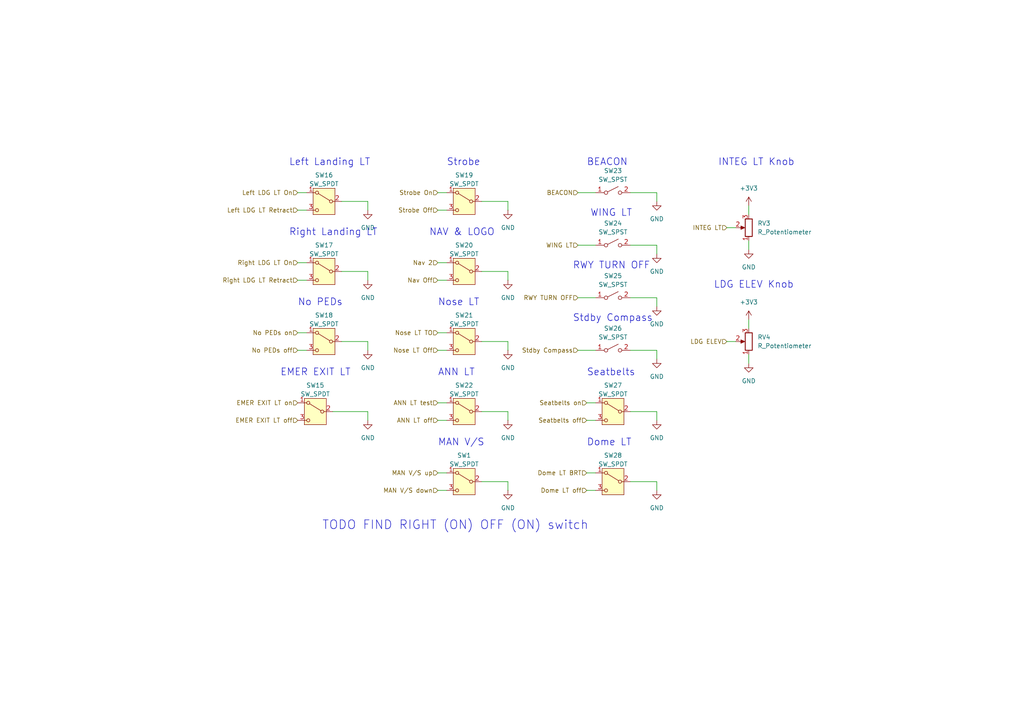
<source format=kicad_sch>
(kicad_sch (version 20231120) (generator "eeschema") (generator_version "8.0")
  (paper "A4")
  (lib_symbols
    (symbol "Device:R_Potentiometer" (pin_names (offset 1.016) hide)
      (property "Reference" "RV" (at -4.445 0 90))
      (property "Value" "R_Potentiometer" (at -2.54 0 90))
      (symbol "R_Potentiometer_0_1"
        (polyline (pts (xy 2.54 0) (xy 1.524 0)))
        (polyline (pts (xy 1.143 0) (xy 2.286 0.508) (xy 2.286 -0.508) (xy 1.143 0)) (fill (type outline)))
        (rectangle (start 1.016 2.54) (end -1.016 -2.54) (stroke (width 0.254)))
      )
      (symbol "R_Potentiometer_1_1"
        (pin passive line (at 0 3.81 270) (length 1.27) (name "1") (number "1"))
        (pin passive line (at 3.81 0 180) (length 1.27) (name "2") (number "2"))
        (pin passive line (at 0 -3.81 90) (length 1.27) (name "3") (number "3"))
      )
    )
    (symbol "Switch:SW_SPDT" (pin_names (offset 0) hide)
      (property "Reference" "SW" (at 0 5.08 0))
      (property "Value" "SW_SPDT" (at 0 -5.08 0))
      (symbol "SW_SPDT_0_1"
        (circle (center -2.032 0) (radius 0.4572))
        (polyline (pts (xy -1.651 0.254) (xy 1.651 2.286)))
        (circle (center 2.032 -2.54) (radius 0.4572))
        (circle (center 2.032 2.54) (radius 0.4572))
      )
      (symbol "SW_SPDT_1_1"
        (rectangle (start -3.175 3.81) (end 3.175 -3.81) (fill (type background)))
        (pin passive line (at 5.08 2.54 180) (length 2.54) (name "A") (number "1"))
        (pin passive line (at -5.08 0 0) (length 2.54) (name "B") (number "2"))
        (pin passive line (at 5.08 -2.54 180) (length 2.54) (name "C") (number "3"))
      )
    )
    (symbol "Switch:SW_SPST" (pin_names (offset 0) hide)
      (property "Reference" "SW" (at 0 3.175 0))
      (property "Value" "SW_SPST" (at 0 -2.54 0))
      (symbol "SW_SPST_0_0"
        (circle (center -2.032 0) (radius 0.508))
        (polyline (pts (xy -1.524 0.254) (xy 1.524 1.778)))
        (circle (center 2.032 0) (radius 0.508))
      )
      (symbol "SW_SPST_1_1"
        (pin passive line (at -5.08 0 0) (length 2.54) (name "A") (number "1"))
        (pin passive line (at 5.08 0 180) (length 2.54) (name "B") (number "2"))
      )
    )
    (symbol "power:+3V3" (power) (pin_numbers hide) (pin_names (offset 0) hide)
      (property "Value" "+3V3" (at 0 3.556 0))
      (symbol "+3V3_0_1"
        (polyline (pts (xy -0.762 1.27) (xy 0 2.54)))
        (polyline (pts (xy 0 0) (xy 0 2.54)))
        (polyline (pts (xy 0 2.54) (xy 0.762 1.27)))
      )
      (symbol "+3V3_1_1"
        (pin power_in line (at 0 0 90) (length 0) (name "~") (number "1"))
      )
    )
    (symbol "power:GND" (power) (pin_numbers hide) (pin_names (offset 0) hide)
      (property "Value" "GND" (at 0 -3.81 0))
      (symbol "GND_0_1"
        (polyline (pts (xy 0 0) (xy 0 -1.27) (xy 1.27 -1.27) (xy 0 -2.54) (xy -1.27 -1.27) (xy 0 -1.27)))
      )
      (symbol "GND_1_1"
        (pin power_in line (at 0 0 270) (length 0) (name "~") (number "1"))
      )
    )
  )
  (wire (pts (xy 106.68 119.38) (xy 106.68 121.92)))
  (wire (pts (xy 106.68 99.06) (xy 106.68 101.6)))
  (wire (pts (xy 167.64 71.12) (xy 172.72 71.12)))
  (wire (pts (xy 127 60.96) (xy 129.54 60.96)))
  (wire (pts (xy 139.7 58.42) (xy 147.32 58.42)))
  (wire (pts (xy 147.32 78.74) (xy 147.32 81.28)))
  (wire (pts (xy 127 137.16) (xy 129.54 137.16)))
  (wire (pts (xy 182.88 71.12) (xy 190.5 71.12)))
  (wire (pts (xy 99.06 78.74) (xy 106.68 78.74)))
  (wire (pts (xy 139.7 139.7) (xy 147.32 139.7)))
  (wire (pts (xy 127 121.92) (xy 129.54 121.92)))
  (wire (pts (xy 167.64 86.36) (xy 172.72 86.36)))
  (wire (pts (xy 167.64 101.6) (xy 172.72 101.6)))
  (wire (pts (xy 147.32 119.38) (xy 147.32 121.92)))
  (wire (pts (xy 190.5 55.88) (xy 190.5 58.42)))
  (wire (pts (xy 182.88 86.36) (xy 190.5 86.36)))
  (wire (pts (xy 96.52 119.38) (xy 106.68 119.38)))
  (wire (pts (xy 147.32 139.7) (xy 147.32 142.24)))
  (wire (pts (xy 106.68 78.74) (xy 106.68 81.28)))
  (wire (pts (xy 190.5 101.6) (xy 190.5 104.14)))
  (wire (pts (xy 127 116.84) (xy 129.54 116.84)))
  (wire (pts (xy 190.5 139.7) (xy 190.5 142.24)))
  (wire (pts (xy 147.32 99.06) (xy 147.32 101.6)))
  (wire (pts (xy 182.88 55.88) (xy 190.5 55.88)))
  (wire (pts (xy 182.88 119.38) (xy 190.5 119.38)))
  (wire (pts (xy 190.5 119.38) (xy 190.5 121.92)))
  (wire (pts (xy 139.7 78.74) (xy 147.32 78.74)))
  (wire (pts (xy 139.7 119.38) (xy 147.32 119.38)))
  (wire (pts (xy 127 96.52) (xy 129.54 96.52)))
  (wire (pts (xy 86.36 76.2) (xy 88.9 76.2)))
  (wire (pts (xy 182.88 139.7) (xy 190.5 139.7)))
  (wire (pts (xy 210.82 66.04) (xy 213.36 66.04)))
  (wire (pts (xy 139.7 99.06) (xy 147.32 99.06)))
  (wire (pts (xy 86.36 60.96) (xy 88.9 60.96)))
  (wire (pts (xy 170.18 142.24) (xy 172.72 142.24)))
  (wire (pts (xy 210.82 99.06) (xy 213.36 99.06)))
  (wire (pts (xy 167.64 55.88) (xy 172.72 55.88)))
  (wire (pts (xy 190.5 86.36) (xy 190.5 88.9)))
  (wire (pts (xy 99.06 58.42) (xy 106.68 58.42)))
  (wire (pts (xy 106.68 58.42) (xy 106.68 60.96)))
  (wire (pts (xy 170.18 137.16) (xy 172.72 137.16)))
  (wire (pts (xy 217.17 59.69) (xy 217.17 62.23)))
  (wire (pts (xy 127 81.28) (xy 129.54 81.28)))
  (wire (pts (xy 190.5 71.12) (xy 190.5 73.66)))
  (wire (pts (xy 127 76.2) (xy 129.54 76.2)))
  (wire (pts (xy 86.36 81.28) (xy 88.9 81.28)))
  (wire (pts (xy 86.36 55.88) (xy 88.9 55.88)))
  (wire (pts (xy 182.88 101.6) (xy 190.5 101.6)))
  (wire (pts (xy 170.18 121.92) (xy 172.72 121.92)))
  (wire (pts (xy 217.17 92.71) (xy 217.17 95.25)))
  (wire (pts (xy 127 55.88) (xy 129.54 55.88)))
  (wire (pts (xy 99.06 99.06) (xy 106.68 99.06)))
  (wire (pts (xy 147.32 58.42) (xy 147.32 60.96)))
  (wire (pts (xy 217.17 102.87) (xy 217.17 105.41)))
  (wire (pts (xy 127 142.24) (xy 129.54 142.24)))
  (wire (pts (xy 127 101.6) (xy 129.54 101.6)))
  (wire (pts (xy 170.18 116.84) (xy 172.72 116.84)))
  (wire (pts (xy 86.36 101.6) (xy 88.9 101.6)))
  (wire (pts (xy 86.36 96.52) (xy 88.9 96.52)))
  (wire (pts (xy 217.17 69.85) (xy 217.17 72.39)))
  (text "ANN LT" (at 127 109.22 0) (effects (font (size 2 2)) (justify left bottom)))
  (text "Dome LT" (at 170.18 129.54 0) (effects (font (size 2 2)) (justify left bottom)))
  (text "INTEG LT Knob" (at 208.28 48.26 0) (effects (font (size 2 2)) (justify left bottom)))
  (text "Strobe" (at 129.54 48.26 0) (effects (font (size 2 2)) (justify left bottom)))
  (text "WING LT" (at 171.196 62.992 0) (effects (font (size 2 2)) (justify left bottom)))
  (text "MAN V/S" (at 127 129.54 0) (effects (font (size 2 2)) (justify left bottom)))
  (text "Seatbelts" (at 170.18 109.22 0) (effects (font (size 2 2)) (justify left bottom)))
  (text "EMER EXIT LT" (at 81.28 109.22 0) (effects (font (size 2 2)) (justify left bottom)))
  (text "NAV & LOGO" (at 124.46 68.58 0) (effects (font (size 2 2)) (justify left bottom)))
  (text "Nose LT" (at 127 88.9 0) (effects (font (size 2 2)) (justify left bottom)))
  (text "No PEDs" (at 86.36 88.9 0) (effects (font (size 2 2)) (justify left bottom)))
  (text "BEACON" (at 170.18 48.26 0) (effects (font (size 2 2)) (justify left bottom)))
  (text "Left Landing LT" (at 83.82 48.26 0) (effects (font (size 2 2)) (justify left bottom)))
  (text "TODO FIND RIGHT (ON) OFF (ON) switch" (at 132.08 152.4 0) (effects (font (size 2.54 2.54))))
  (text "RWY TURN OFF" (at 166.116 78.232 0) (effects (font (size 2 2)) (justify left bottom)))
  (text "Right Landing LT" (at 83.82 68.58 0) (effects (font (size 2 2)) (justify left bottom)))
  (text "Stdby Compass" (at 166.116 93.472 0) (effects (font (size 2 2)) (justify left bottom)))
  (text "LDG ELEV Knob" (at 207.01 83.82 0) (effects (font (size 2 2)) (justify left bottom)))
  (hierarchical_label "Nav 2" (shape input) (at 127 76.2 180))
  (hierarchical_label "Stdby Compass" (shape input) (at 167.64 101.6 180))
  (hierarchical_label "MAN V{slash}S up" (shape input) (at 127 137.16 180))
  (hierarchical_label "Nose LT TO" (shape input) (at 127 96.52 180))
  (hierarchical_label "Seatbelts on" (shape input) (at 170.18 116.84 180))
  (hierarchical_label "No PEDs on" (shape input) (at 86.36 96.52 180))
  (hierarchical_label "Right LDG LT On" (shape input) (at 86.36 76.2 180))
  (hierarchical_label "Nose LT Off" (shape input) (at 127 101.6 180))
  (hierarchical_label "ANN LT test" (shape input) (at 127 116.84 180))
  (hierarchical_label "Dome LT off" (shape input) (at 170.18 142.24 180))
  (hierarchical_label "LDG ELEV" (shape input) (at 210.82 99.06 180))
  (hierarchical_label "Right LDG LT Retract" (shape input) (at 86.36 81.28 180))
  (hierarchical_label "EMER EXIT LT off" (shape input) (at 86.36 121.92 180))
  (hierarchical_label "Strobe On" (shape input) (at 127 55.88 180))
  (hierarchical_label "Strobe Off" (shape input) (at 127 60.96 180))
  (hierarchical_label "Nav Off" (shape input) (at 127 81.28 180))
  (hierarchical_label "BEACON" (shape input) (at 167.64 55.88 180))
  (hierarchical_label "Dome LT BRT" (shape input) (at 170.18 137.16 180))
  (hierarchical_label "Seatbelts off" (shape input) (at 170.18 121.92 180))
  (hierarchical_label "MAN V{slash}S down" (shape input) (at 127 142.24 180))
  (hierarchical_label "INTEG LT" (shape input) (at 210.82 66.04 180))
  (hierarchical_label "ANN LT off" (shape input) (at 127 121.92 180))
  (hierarchical_label "RWY TURN OFF" (shape input) (at 167.64 86.36 180))
  (hierarchical_label "No PEDs off" (shape input) (at 86.36 101.6 180))
  (hierarchical_label "Left LDG LT On" (shape input) (at 86.36 55.88 180))
  (hierarchical_label "Left LDG LT Retract" (shape input) (at 86.36 60.96 180))
  (hierarchical_label "EMER EXIT LT on" (shape input) (at 86.36 116.84 180))
  (hierarchical_label "WING LT" (shape input) (at 167.64 71.12 180))
  (symbol (lib_id "power:GND") (at 106.68 60.96 0) (unit 1)
    (property "Reference" "#PWR071" (effects (hide yes)))
    (property "Value" "GND" (at 106.68 66.04 0))
    (property "Description" "Power symbol creates a global label with name \"GND\" , ground" (effects (hide yes)))
  )
  (symbol (lib_id "Switch:SW_SPST") (at 177.8 55.88 0) (unit 1)
    (property "Reference" "SW23" (at 177.8 49.53 0))
    (property "Value" "SW_SPST" (at 177.8 52.07 0))
    (property "Footprint" "NiasStuff:SW_SPDT_YUEN-FUNG_MT-0-102-A101-M200-RS" (effects (hide yes)))
    (property "Datasheet" "https://www.lcsc.com/datasheet/lcsc_datasheet_2307200931_YUEN-FUNG-MT-0-102-A101-M200-RS_C1788492.pdf" (effects (hide yes)))
    (property "JLCPCB Part" "C1788492" (effects (hide yes)))
    (property "Manufracturer" "YUEN FUNG" (effects (hide yes)))
    (property "Manufracturer Part Number" "MT-0-102-A101-M200-RS" (effects (hide yes)))
  )
  (symbol (lib_id "power:GND") (at 217.17 105.41 0) (unit 1)
    (property "Reference" "#PWR036" (effects (hide yes)))
    (property "Value" "GND" (at 217.17 110.49 0))
    (property "Description" "Power symbol creates a global label with name \"GND\" , ground" (effects (hide yes)))
  )
  (symbol (lib_id "power:GND") (at 190.5 142.24 0) (unit 1)
    (property "Reference" "#PWR065" (effects (hide yes)))
    (property "Value" "GND" (at 190.5 147.32 0))
    (property "Description" "Power symbol creates a global label with name \"GND\" , ground" (effects (hide yes)))
  )
  (symbol (lib_id "power:GND") (at 106.68 121.92 0) (unit 1)
    (property "Reference" "#PWR074" (effects (hide yes)))
    (property "Value" "GND" (at 106.68 127 0))
    (property "Description" "Power symbol creates a global label with name \"GND\" , ground" (effects (hide yes)))
  )
  (symbol (lib_id "Switch:SW_SPDT") (at 91.44 119.38 0) (mirror y) (unit 1)
    (property "Reference" "SW15" (at 91.44 111.76 0))
    (property "Value" "SW_SPDT" (at 91.44 114.3 0))
    (property "Footprint" "NiasStuff:SW_SPDT_YUEN-FUNG_MT-0-102-A101-M200-RS" (effects (hide yes)))
    (property "Description" "Switch, single pole double throw" (effects (hide yes)))
    (property "JLCPCB Part" "C1788493" (effects (hide yes)))
    (property "Manufracturer" "YUEN FUNG" (effects (hide yes)))
    (property "Manufracturer Part Number" "MT-0-103-A101-M200-RS" (effects (hide yes)))
  )
  (symbol (lib_id "power:GND") (at 190.5 121.92 0) (unit 1)
    (property "Reference" "#PWR064" (effects (hide yes)))
    (property "Value" "GND" (at 190.5 127 0))
    (property "Description" "Power symbol creates a global label with name \"GND\" , ground" (effects (hide yes)))
  )
  (symbol (lib_id "Switch:SW_SPDT") (at 134.62 99.06 0) (mirror y) (unit 1)
    (property "Reference" "SW21" (at 134.62 91.44 0))
    (property "Value" "SW_SPDT" (at 134.62 93.98 0))
    (property "Footprint" "NiasStuff:SW_SPDT_YUEN-FUNG_MT-0-102-A101-M200-RS" (effects (hide yes)))
    (property "Description" "Switch, single pole double throw" (effects (hide yes)))
    (property "JLCPCB Part" "C1788493" (effects (hide yes)))
    (property "Manufracturer" "YUEN FUNG" (effects (hide yes)))
    (property "Manufracturer Part Number" "MT-0-103-A101-M200-RS" (effects (hide yes)))
  )
  (symbol (lib_id "power:GND") (at 190.5 88.9 0) (unit 1)
    (property "Reference" "#PWR062" (effects (hide yes)))
    (property "Value" "GND" (at 190.5 93.98 0))
    (property "Description" "Power symbol creates a global label with name \"GND\" , ground" (effects (hide yes)))
  )
  (symbol (lib_id "power:GND") (at 147.32 60.96 0) (unit 1)
    (property "Reference" "#PWR070" (effects (hide yes)))
    (property "Value" "GND" (at 147.32 66.04 0))
    (property "Description" "Power symbol creates a global label with name \"GND\" , ground" (effects (hide yes)))
  )
  (symbol (lib_id "power:GND") (at 147.32 142.24 0) (unit 1)
    (property "Reference" "#PWR066" (effects (hide yes)))
    (property "Value" "GND" (at 147.32 147.32 0))
    (property "Description" "Power symbol creates a global label with name \"GND\" , ground" (effects (hide yes)))
  )
  (symbol (lib_id "Switch:SW_SPST") (at 177.8 71.12 0) (unit 1)
    (property "Reference" "SW24" (at 177.8 64.77 0))
    (property "Value" "SW_SPST" (at 177.8 67.31 0))
    (property "Footprint" "NiasStuff:SW_SPDT_YUEN-FUNG_MT-0-102-A101-M200-RS" (effects (hide yes)))
    (property "Datasheet" "https://www.lcsc.com/datasheet/lcsc_datasheet_2307200931_YUEN-FUNG-MT-0-102-A101-M200-RS_C1788492.pdf" (effects (hide yes)))
    (property "JLCPCB Part" "C1788492" (effects (hide yes)))
    (property "Manufracturer" "YUEN FUNG" (effects (hide yes)))
    (property "Manufracturer Part Number" "MT-0-102-A101-M200-RS" (effects (hide yes)))
  )
  (symbol (lib_id "Switch:SW_SPDT") (at 177.8 139.7 0) (mirror y) (unit 1)
    (property "Reference" "SW28" (at 177.8 132.08 0))
    (property "Value" "SW_SPDT" (at 177.8 134.62 0))
    (property "Footprint" "NiasStuff:SW_SPDT_YUEN-FUNG_MT-0-102-A101-M200-RS" (effects (hide yes)))
    (property "Description" "Switch, single pole double throw" (effects (hide yes)))
    (property "JLCPCB Part" "C1788493" (effects (hide yes)))
    (property "Manufracturer" "YUEN FUNG" (effects (hide yes)))
    (property "Manufracturer Part Number" "MT-0-103-A101-M200-RS" (effects (hide yes)))
  )
  (symbol (lib_id "power:+3V3") (at 217.17 92.71 0) (unit 1)
    (property "Reference" "#PWR035" (effects (hide yes)))
    (property "Value" "+3V3" (at 217.17 87.63 0))
    (property "Description" "Power symbol creates a global label with name \"+3V3\"" (effects (hide yes)))
  )
  (symbol (lib_id "power:GND") (at 190.5 73.66 0) (unit 1)
    (property "Reference" "#PWR051" (effects (hide yes)))
    (property "Value" "GND" (at 190.5 78.74 0))
    (property "Description" "Power symbol creates a global label with name \"GND\" , ground" (effects (hide yes)))
  )
  (symbol (lib_id "power:GND") (at 147.32 101.6 0) (unit 1)
    (property "Reference" "#PWR068" (effects (hide yes)))
    (property "Value" "GND" (at 147.32 106.68 0))
    (property "Description" "Power symbol creates a global label with name \"GND\" , ground" (effects (hide yes)))
  )
  (symbol (lib_id "power:GND") (at 217.17 72.39 0) (unit 1)
    (property "Reference" "#PWR034" (effects (hide yes)))
    (property "Value" "GND" (at 217.17 77.47 0))
    (property "Description" "Power symbol creates a global label with name \"GND\" , ground" (effects (hide yes)))
  )
  (symbol (lib_id "Switch:SW_SPDT") (at 134.62 119.38 0) (mirror y) (unit 1)
    (property "Reference" "SW22" (at 134.62 111.76 0))
    (property "Value" "SW_SPDT" (at 134.62 114.3 0))
    (property "Footprint" "NiasStuff:SW_SPDT_YUEN-FUNG_MT-0-102-A101-M200-RS" (effects (hide yes)))
    (property "Description" "Switch, single pole double throw" (effects (hide yes)))
    (property "JLCPCB Part" "C1788493" (effects (hide yes)))
    (property "Manufracturer" "YUEN FUNG" (effects (hide yes)))
    (property "Manufracturer Part Number" "MT-0-103-A101-M200-RS" (effects (hide yes)))
  )
  (symbol (lib_id "power:GND") (at 147.32 81.28 0) (unit 1)
    (property "Reference" "#PWR069" (effects (hide yes)))
    (property "Value" "GND" (at 147.32 86.36 0))
    (property "Description" "Power symbol creates a global label with name \"GND\" , ground" (effects (hide yes)))
  )
  (symbol (lib_id "power:GND") (at 190.5 104.14 0) (unit 1)
    (property "Reference" "#PWR063" (effects (hide yes)))
    (property "Value" "GND" (at 190.5 109.22 0))
    (property "Description" "Power symbol creates a global label with name \"GND\" , ground" (effects (hide yes)))
  )
  (symbol (lib_id "Switch:SW_SPDT") (at 134.62 78.74 0) (mirror y) (unit 1)
    (property "Reference" "SW20" (at 134.62 71.12 0))
    (property "Value" "SW_SPDT" (at 134.62 73.66 0))
    (property "Footprint" "NiasStuff:SW_SPDT_YUEN-FUNG_MT-0-102-A101-M200-RS" (effects (hide yes)))
    (property "Description" "Switch, single pole double throw" (effects (hide yes)))
    (property "JLCPCB Part" "C1788493" (effects (hide yes)))
    (property "Manufracturer" "YUEN FUNG" (effects (hide yes)))
    (property "Manufracturer Part Number" "MT-0-103-A101-M200-RS" (effects (hide yes)))
  )
  (symbol (lib_id "Switch:SW_SPDT") (at 134.62 58.42 0) (mirror y) (unit 1)
    (property "Reference" "SW19" (at 134.62 50.8 0))
    (property "Value" "SW_SPDT" (at 134.62 53.34 0))
    (property "Footprint" "NiasStuff:SW_SPDT_YUEN-FUNG_MT-0-102-A101-M200-RS" (effects (hide yes)))
    (property "Description" "Switch, single pole double throw" (effects (hide yes)))
    (property "JLCPCB Part" "C1788493" (effects (hide yes)))
    (property "Manufracturer" "YUEN FUNG" (effects (hide yes)))
    (property "Manufracturer Part Number" "MT-0-103-A101-M200-RS" (effects (hide yes)))
  )
  (symbol (lib_id "power:GND") (at 106.68 81.28 0) (unit 1)
    (property "Reference" "#PWR072" (effects (hide yes)))
    (property "Value" "GND" (at 106.68 86.36 0))
    (property "Description" "Power symbol creates a global label with name \"GND\" , ground" (effects (hide yes)))
  )
  (symbol (lib_id "power:GND") (at 147.32 121.92 0) (unit 1)
    (property "Reference" "#PWR067" (effects (hide yes)))
    (property "Value" "GND" (at 147.32 127 0))
    (property "Description" "Power symbol creates a global label with name \"GND\" , ground" (effects (hide yes)))
  )
  (symbol (lib_id "power:GND") (at 106.68 101.6 0) (unit 1)
    (property "Reference" "#PWR073" (effects (hide yes)))
    (property "Value" "GND" (at 106.68 106.68 0))
    (property "Description" "Power symbol creates a global label with name \"GND\" , ground" (effects (hide yes)))
  )
  (symbol (lib_id "Switch:SW_SPDT") (at 93.98 58.42 0) (mirror y) (unit 1)
    (property "Reference" "SW16" (at 93.98 50.8 0))
    (property "Value" "SW_SPDT" (at 93.98 53.34 0))
    (property "Footprint" "NiasStuff:SW_SPDT_YUEN-FUNG_MT-0-102-A101-M200-RS" (effects (hide yes)))
    (property "Description" "Switch, single pole double throw" (effects (hide yes)))
    (property "JLCPCB Part" "C1788493" (effects (hide yes)))
    (property "Manufracturer" "YUEN FUNG" (effects (hide yes)))
    (property "Manufracturer Part Number" "MT-0-103-A101-M200-RS" (effects (hide yes)))
  )
  (symbol (lib_id "Switch:SW_SPDT") (at 93.98 99.06 0) (mirror y) (unit 1)
    (property "Reference" "SW18" (at 93.98 91.44 0))
    (property "Value" "SW_SPDT" (at 93.98 93.98 0))
    (property "Footprint" "NiasStuff:SW_SPDT_YUEN-FUNG_MT-0-102-A101-M200-RS" (effects (hide yes)))
    (property "Description" "Switch, single pole double throw" (effects (hide yes)))
    (property "JLCPCB Part" "C1788493" (effects (hide yes)))
    (property "Manufracturer" "YUEN FUNG" (effects (hide yes)))
    (property "Manufracturer Part Number" "MT-0-103-A101-M200-RS" (effects (hide yes)))
  )
  (symbol (lib_id "power:GND") (at 190.5 58.42 0) (unit 1)
    (property "Reference" "#PWR050" (effects (hide yes)))
    (property "Value" "GND" (at 190.5 63.5 0))
    (property "Description" "Power symbol creates a global label with name \"GND\" , ground" (effects (hide yes)))
  )
  (symbol (lib_id "Switch:SW_SPST") (at 177.8 86.36 0) (unit 1)
    (property "Reference" "SW25" (at 177.8 80.01 0))
    (property "Value" "SW_SPST" (at 177.8 82.55 0))
    (property "Footprint" "NiasStuff:SW_SPDT_YUEN-FUNG_MT-0-102-A101-M200-RS" (effects (hide yes)))
    (property "Datasheet" "https://www.lcsc.com/datasheet/lcsc_datasheet_2307200931_YUEN-FUNG-MT-0-102-A101-M200-RS_C1788492.pdf" (effects (hide yes)))
    (property "JLCPCB Part" "C1788492" (effects (hide yes)))
    (property "Manufracturer" "YUEN FUNG" (effects (hide yes)))
    (property "Manufracturer Part Number" "MT-0-102-A101-M200-RS" (effects (hide yes)))
  )
  (symbol (lib_id "Device:R_Potentiometer") (at 217.17 66.04 180) (unit 1)
    (property "Reference" "RV3" (at 219.71 64.77 0) (effects (justify right)))
    (property "Value" "R_Potentiometer" (at 219.71 67.31 0) (effects (justify right)))
    (property "Footprint" "NiasStuff:Potentiometer_Alps_RK09L_Double_Vertical" (effects (hide yes)))
    (property "Datasheet" "https://datasheet.lcsc.com/lcsc/1912111437_ALPSALPINE-RK09L1240A12_C380211.pdf" (effects (hide yes)))
    (property "Manufracturer" "ALPSALPINE" (effects (hide yes)))
    (property "Manufracturer Part Number" "RK09L1240A12" (effects (hide yes)))
    (property "JLCPCB Part" "C380211" (effects (hide yes)))
  )
  (symbol (lib_id "power:+3V3") (at 217.17 59.69 0) (unit 1)
    (property "Reference" "#PWR033" (effects (hide yes)))
    (property "Value" "+3V3" (at 217.17 54.61 0))
    (property "Description" "Power symbol creates a global label with name \"+3V3\"" (effects (hide yes)))
  )
  (symbol (lib_id "Switch:SW_SPDT") (at 134.62 139.7 0) (mirror y) (unit 1)
    (property "Reference" "SW1" (at 134.62 132.08 0))
    (property "Value" "SW_SPDT" (at 134.62 134.62 0))
    (property "Footprint" "NiasStuff:SW_SPDT_YUEN-FUNG_MT-0-102-A101-M200-RS" (effects (hide yes)))
    (property "Description" "Switch, single pole double throw" (effects (hide yes)))
    (property "JLCPCB Part" "C1788493" (effects (hide yes)))
    (property "Manufracturer" "YUEN FUNG" (effects (hide yes)))
    (property "Manufracturer Part Number" "MT-0-103-A101-M200-RS" (effects (hide yes)))
  )
  (symbol (lib_id "Switch:SW_SPDT") (at 93.98 78.74 0) (mirror y) (unit 1)
    (property "Reference" "SW17" (at 93.98 71.12 0))
    (property "Value" "SW_SPDT" (at 93.98 73.66 0))
    (property "Footprint" "NiasStuff:SW_SPDT_YUEN-FUNG_MT-0-102-A101-M200-RS" (effects (hide yes)))
    (property "Description" "Switch, single pole double throw" (effects (hide yes)))
    (property "JLCPCB Part" "C1788493" (effects (hide yes)))
    (property "Manufracturer" "YUEN FUNG" (effects (hide yes)))
    (property "Manufracturer Part Number" "MT-0-103-A101-M200-RS" (effects (hide yes)))
  )
  (symbol (lib_id "Switch:SW_SPST") (at 177.8 101.6 0) (unit 1)
    (property "Reference" "SW26" (at 177.8 95.25 0))
    (property "Value" "SW_SPST" (at 177.8 97.79 0))
    (property "Footprint" "NiasStuff:SW_SPDT_YUEN-FUNG_MT-0-102-A101-M200-RS" (effects (hide yes)))
    (property "Datasheet" "https://www.lcsc.com/datasheet/lcsc_datasheet_2307200931_YUEN-FUNG-MT-0-102-A101-M200-RS_C1788492.pdf" (effects (hide yes)))
    (property "JLCPCB Part" "C1788492" (effects (hide yes)))
    (property "Manufracturer" "YUEN FUNG" (effects (hide yes)))
    (property "Manufracturer Part Number" "MT-0-102-A101-M200-RS" (effects (hide yes)))
  )
  (symbol (lib_id "Device:R_Potentiometer") (at 217.17 99.06 180) (unit 1)
    (property "Reference" "RV4" (at 219.71 97.79 0) (effects (justify right)))
    (property "Value" "R_Potentiometer" (at 219.71 100.33 0) (effects (justify right)))
    (property "Footprint" "NiasStuff:Potentiometer_Alps_RK09L_Double_Vertical" (effects (hide yes)))
    (property "Datasheet" "https://datasheet.lcsc.com/lcsc/1912111437_ALPSALPINE-RK09L1240A12_C380211.pdf" (effects (hide yes)))
    (property "Manufracturer" "ALPSALPINE" (effects (hide yes)))
    (property "Manufracturer Part Number" "RK09L1240A12" (effects (hide yes)))
    (property "JLCPCB Part" "C380211" (effects (hide yes)))
  )
  (symbol (lib_id "Switch:SW_SPDT") (at 177.8 119.38 0) (mirror y) (unit 1)
    (property "Reference" "SW27" (at 177.8 111.76 0))
    (property "Value" "SW_SPDT" (at 177.8 114.3 0))
    (property "Footprint" "NiasStuff:SW_SPDT_YUEN-FUNG_MT-0-102-A101-M200-RS" (effects (hide yes)))
    (property "Description" "Switch, single pole double throw" (effects (hide yes)))
    (property "JLCPCB Part" "C1788493" (effects (hide yes)))
    (property "Manufracturer" "YUEN FUNG" (effects (hide yes)))
    (property "Manufracturer Part Number" "MT-0-103-A101-M200-RS" (effects (hide yes)))
  )
)
</source>
